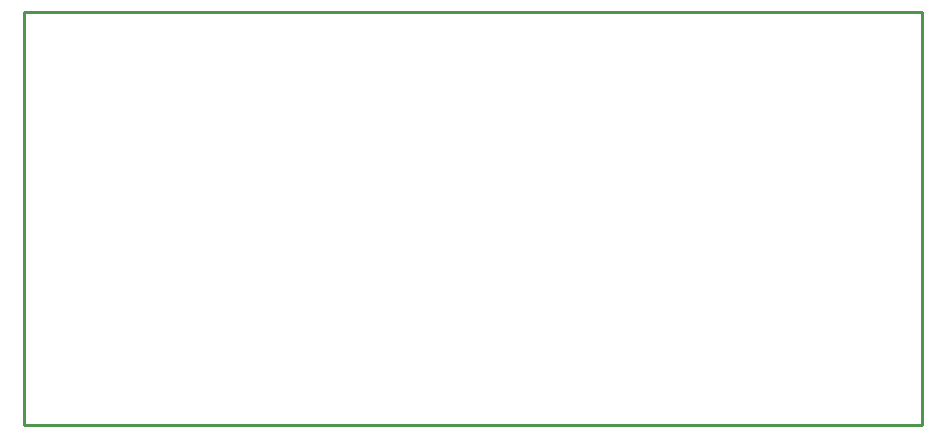
<source format=gko>
G04 Layer: BoardOutlineLayer*
G04 EasyEDA v6.5.39, 2024-02-04 18:14:41*
G04 2f83d60dcc7a4208ae63cd86e36a5a3b,5509f98a9368439c9cde498926e245b9,10*
G04 Gerber Generator version 0.2*
G04 Scale: 100 percent, Rotated: No, Reflected: No *
G04 Dimensions in inches *
G04 leading zeros omitted , absolute positions ,3 integer and 6 decimal *
%FSLAX36Y36*%
%MOIN*%

%ADD10C,0.0100*%
D10*
X2992119Y1377950D02*
G01*
X2992119Y0D01*
X0Y0D01*
X0Y1377950D01*
X0Y1377950D02*
G01*
X2992119Y1377950D01*

%LPD*%
M02*

</source>
